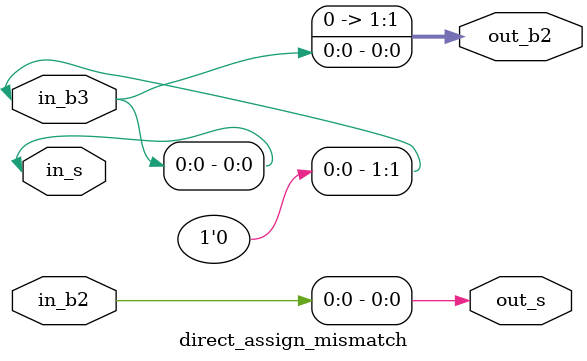
<source format=sv>
module direct_assign_mismatch(
  input logic in_s,
  input logic [1:0] in_b2,
  input logic [2:0] in_b3,
  output logic out_s,
  output logic [1:0] out_b2
);
  // Scalar <- bus (unsupported direct assign shape in current builder)
  assign out_s = in_b2;
  // Bus <- scalar (unsupported direct assign shape in current builder)
  assign out_b2 = in_s;
  // Bus <- bus with width mismatch (unsupported direct assign shape)
  assign out_b2 = in_b3;
endmodule

</source>
